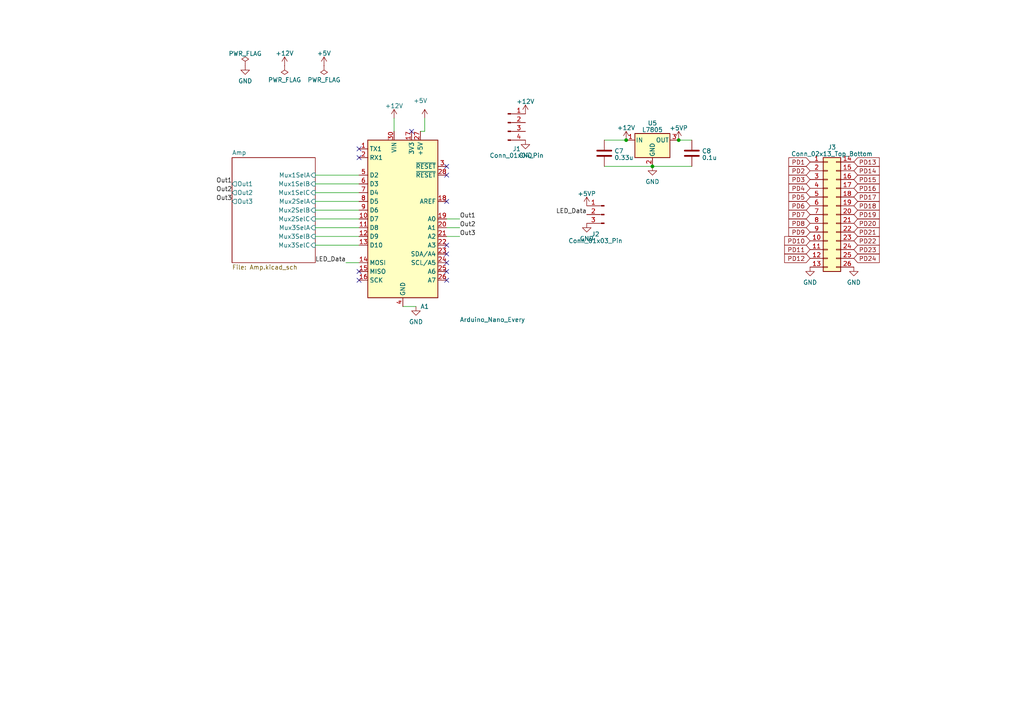
<source format=kicad_sch>
(kicad_sch (version 20230121) (generator eeschema)
  (paper "A4")
  (lib_symbols
    (symbol "Connector:Conn_01x03_Pin" (pin_names (offset 1.016) hide)
      (property "Reference" "J" (at 0 5.08 0))
      (property "Value" "Conn_01x03_Pin" (at 0 -5.08 0))
      (symbol "Conn_01x03_Pin_1_1"
        (polyline (pts (xy 1.27 -2.54) (xy 0.8636 -2.54)) (stroke (width 0.1524)))
        (polyline (pts (xy 1.27 0) (xy 0.8636 0)) (stroke (width 0.1524)))
        (polyline (pts (xy 1.27 2.54) (xy 0.8636 2.54)) (stroke (width 0.1524)))
        (rectangle (start 0.8636 -2.413) (end 0 -2.667) (stroke (width 0.1524)) (fill (type outline)))
        (rectangle (start 0.8636 0.127) (end 0 -0.127) (stroke (width 0.1524)) (fill (type outline)))
        (rectangle (start 0.8636 2.667) (end 0 2.413) (stroke (width 0.1524)) (fill (type outline)))
        (pin passive line (at 5.08 2.54 180) (length 3.81) (name "Pin_1") (number "1"))
        (pin passive line (at 5.08 0 180) (length 3.81) (name "Pin_2") (number "2"))
        (pin passive line (at 5.08 -2.54 180) (length 3.81) (name "Pin_3") (number "3"))
      )
    )
    (symbol "Connector:Conn_01x04_Pin" (pin_names (offset 1.016) hide)
      (property "Reference" "J" (at 0 5.08 0))
      (property "Value" "Conn_01x04_Pin" (at 0 -7.62 0))
      (symbol "Conn_01x04_Pin_1_1"
        (polyline (pts (xy 1.27 -5.08) (xy 0.8636 -5.08)) (stroke (width 0.1524)))
        (polyline (pts (xy 1.27 -2.54) (xy 0.8636 -2.54)) (stroke (width 0.1524)))
        (polyline (pts (xy 1.27 0) (xy 0.8636 0)) (stroke (width 0.1524)))
        (polyline (pts (xy 1.27 2.54) (xy 0.8636 2.54)) (stroke (width 0.1524)))
        (rectangle (start 0.8636 -4.953) (end 0 -5.207) (stroke (width 0.1524)) (fill (type outline)))
        (rectangle (start 0.8636 -2.413) (end 0 -2.667) (stroke (width 0.1524)) (fill (type outline)))
        (rectangle (start 0.8636 0.127) (end 0 -0.127) (stroke (width 0.1524)) (fill (type outline)))
        (rectangle (start 0.8636 2.667) (end 0 2.413) (stroke (width 0.1524)) (fill (type outline)))
        (pin passive line (at 5.08 2.54 180) (length 3.81) (name "Pin_1") (number "1"))
        (pin passive line (at 5.08 0 180) (length 3.81) (name "Pin_2") (number "2"))
        (pin passive line (at 5.08 -2.54 180) (length 3.81) (name "Pin_3") (number "3"))
        (pin passive line (at 5.08 -5.08 180) (length 3.81) (name "Pin_4") (number "4"))
      )
    )
    (symbol "Connector_Generic:Conn_02x13_Top_Bottom" (pin_names (offset 1.016) hide)
      (property "Reference" "J" (at 1.27 17.78 0))
      (property "Value" "Conn_02x13_Top_Bottom" (at 1.27 -17.78 0))
      (symbol "Conn_02x13_Top_Bottom_1_1"
        (rectangle (start -1.27 -15.113) (end 0 -15.367) (stroke (width 0.1524)))
        (rectangle (start -1.27 -12.573) (end 0 -12.827) (stroke (width 0.1524)))
        (rectangle (start -1.27 -10.033) (end 0 -10.287) (stroke (width 0.1524)))
        (rectangle (start -1.27 -7.493) (end 0 -7.747) (stroke (width 0.1524)))
        (rectangle (start -1.27 -4.953) (end 0 -5.207) (stroke (width 0.1524)))
        (rectangle (start -1.27 -2.413) (end 0 -2.667) (stroke (width 0.1524)))
        (rectangle (start -1.27 0.127) (end 0 -0.127) (stroke (width 0.1524)))
        (rectangle (start -1.27 2.667) (end 0 2.413) (stroke (width 0.1524)))
        (rectangle (start -1.27 5.207) (end 0 4.953) (stroke (width 0.1524)))
        (rectangle (start -1.27 7.747) (end 0 7.493) (stroke (width 0.1524)))
        (rectangle (start -1.27 10.287) (end 0 10.033) (stroke (width 0.1524)))
        (rectangle (start -1.27 12.827) (end 0 12.573) (stroke (width 0.1524)))
        (rectangle (start -1.27 15.367) (end 0 15.113) (stroke (width 0.1524)))
        (rectangle (start -1.27 16.51) (end 3.81 -16.51) (stroke (width 0.254)) (fill (type background)))
        (rectangle (start 3.81 -15.113) (end 2.54 -15.367) (stroke (width 0.1524)))
        (rectangle (start 3.81 -12.573) (end 2.54 -12.827) (stroke (width 0.1524)))
        (rectangle (start 3.81 -10.033) (end 2.54 -10.287) (stroke (width 0.1524)))
        (rectangle (start 3.81 -7.493) (end 2.54 -7.747) (stroke (width 0.1524)))
        (rectangle (start 3.81 -4.953) (end 2.54 -5.207) (stroke (width 0.1524)))
        (rectangle (start 3.81 -2.413) (end 2.54 -2.667) (stroke (width 0.1524)))
        (rectangle (start 3.81 0.127) (end 2.54 -0.127) (stroke (width 0.1524)))
        (rectangle (start 3.81 2.667) (end 2.54 2.413) (stroke (width 0.1524)))
        (rectangle (start 3.81 5.207) (end 2.54 4.953) (stroke (width 0.1524)))
        (rectangle (start 3.81 7.747) (end 2.54 7.493) (stroke (width 0.1524)))
        (rectangle (start 3.81 10.287) (end 2.54 10.033) (stroke (width 0.1524)))
        (rectangle (start 3.81 12.827) (end 2.54 12.573) (stroke (width 0.1524)))
        (rectangle (start 3.81 15.367) (end 2.54 15.113) (stroke (width 0.1524)))
        (pin passive line (at -5.08 15.24 0) (length 3.81) (name "Pin_1") (number "1"))
        (pin passive line (at -5.08 -7.62 0) (length 3.81) (name "Pin_10") (number "10"))
        (pin passive line (at -5.08 -10.16 0) (length 3.81) (name "Pin_11") (number "11"))
        (pin passive line (at -5.08 -12.7 0) (length 3.81) (name "Pin_12") (number "12"))
        (pin passive line (at -5.08 -15.24 0) (length 3.81) (name "Pin_13") (number "13"))
        (pin passive line (at 7.62 15.24 180) (length 3.81) (name "Pin_14") (number "14"))
        (pin passive line (at 7.62 12.7 180) (length 3.81) (name "Pin_15") (number "15"))
        (pin passive line (at 7.62 10.16 180) (length 3.81) (name "Pin_16") (number "16"))
        (pin passive line (at 7.62 7.62 180) (length 3.81) (name "Pin_17") (number "17"))
        (pin passive line (at 7.62 5.08 180) (length 3.81) (name "Pin_18") (number "18"))
        (pin passive line (at 7.62 2.54 180) (length 3.81) (name "Pin_19") (number "19"))
        (pin passive line (at -5.08 12.7 0) (length 3.81) (name "Pin_2") (number "2"))
        (pin passive line (at 7.62 0 180) (length 3.81) (name "Pin_20") (number "20"))
        (pin passive line (at 7.62 -2.54 180) (length 3.81) (name "Pin_21") (number "21"))
        (pin passive line (at 7.62 -5.08 180) (length 3.81) (name "Pin_22") (number "22"))
        (pin passive line (at 7.62 -7.62 180) (length 3.81) (name "Pin_23") (number "23"))
        (pin passive line (at 7.62 -10.16 180) (length 3.81) (name "Pin_24") (number "24"))
        (pin passive line (at 7.62 -12.7 180) (length 3.81) (name "Pin_25") (number "25"))
        (pin passive line (at 7.62 -15.24 180) (length 3.81) (name "Pin_26") (number "26"))
        (pin passive line (at -5.08 10.16 0) (length 3.81) (name "Pin_3") (number "3"))
        (pin passive line (at -5.08 7.62 0) (length 3.81) (name "Pin_4") (number "4"))
        (pin passive line (at -5.08 5.08 0) (length 3.81) (name "Pin_5") (number "5"))
        (pin passive line (at -5.08 2.54 0) (length 3.81) (name "Pin_6") (number "6"))
        (pin passive line (at -5.08 0 0) (length 3.81) (name "Pin_7") (number "7"))
        (pin passive line (at -5.08 -2.54 0) (length 3.81) (name "Pin_8") (number "8"))
        (pin passive line (at -5.08 -5.08 0) (length 3.81) (name "Pin_9") (number "9"))
      )
    )
    (symbol "Device:C" (pin_numbers hide) (pin_names (offset 0.254))
      (property "Reference" "C" (at 0.635 2.54 0))
      (property "Value" "C" (at 0.635 -2.54 0))
      (symbol "C_0_1"
        (polyline (pts (xy -2.032 -0.762) (xy 2.032 -0.762)) (stroke (width 0.508)))
        (polyline (pts (xy -2.032 0.762) (xy 2.032 0.762)) (stroke (width 0.508)))
      )
      (symbol "C_1_1"
        (pin passive line (at 0 3.81 270) (length 2.794) (name "~") (number "1"))
        (pin passive line (at 0 -3.81 90) (length 2.794) (name "~") (number "2"))
      )
    )
    (symbol "MCU_Module:Arduino_Nano_Every"
      (property "Reference" "A" (at -10.16 23.495 0))
      (property "Value" "Arduino_Nano_Every" (at 5.08 -24.13 0))
      (symbol "Arduino_Nano_Every_0_1"
        (rectangle (start -10.16 22.86) (end 10.16 -22.86) (stroke (width 0.254)) (fill (type background)))
      )
      (symbol "Arduino_Nano_Every_1_1"
        (pin bidirectional line (at -12.7 20.32 0) (length 2.54) (name "TX1") (number "1"))
        (pin bidirectional line (at -12.7 0 0) (length 2.54) (name "D7") (number "10"))
        (pin bidirectional line (at -12.7 -2.54 0) (length 2.54) (name "D8") (number "11"))
        (pin bidirectional line (at -12.7 -5.08 0) (length 2.54) (name "D9") (number "12"))
        (pin bidirectional line (at -12.7 -7.62 0) (length 2.54) (name "D10") (number "13"))
        (pin bidirectional line (at -12.7 -12.7 0) (length 2.54) (name "MOSI") (number "14"))
        (pin bidirectional line (at -12.7 -15.24 0) (length 2.54) (name "MISO") (number "15"))
        (pin bidirectional line (at -12.7 -17.78 0) (length 2.54) (name "SCK") (number "16"))
        (pin power_out line (at 2.54 25.4 270) (length 2.54) (name "3V3") (number "17"))
        (pin input line (at 12.7 5.08 180) (length 2.54) (name "AREF") (number "18"))
        (pin bidirectional line (at 12.7 0 180) (length 2.54) (name "A0") (number "19"))
        (pin bidirectional line (at -12.7 17.78 0) (length 2.54) (name "RX1") (number "2"))
        (pin bidirectional line (at 12.7 -2.54 180) (length 2.54) (name "A1") (number "20"))
        (pin bidirectional line (at 12.7 -5.08 180) (length 2.54) (name "A2") (number "21"))
        (pin bidirectional line (at 12.7 -7.62 180) (length 2.54) (name "A3") (number "22"))
        (pin bidirectional line (at 12.7 -10.16 180) (length 2.54) (name "SDA/A4") (number "23"))
        (pin bidirectional line (at 12.7 -12.7 180) (length 2.54) (name "SCL/A5") (number "24"))
        (pin bidirectional line (at 12.7 -15.24 180) (length 2.54) (name "A6") (number "25"))
        (pin bidirectional line (at 12.7 -17.78 180) (length 2.54) (name "A7") (number "26"))
        (pin power_out line (at 5.08 25.4 270) (length 2.54) (name "+5V") (number "27"))
        (pin input line (at 12.7 12.7 180) (length 2.54) (name "~{RESET}") (number "28"))
        (pin passive line (at 0 -25.4 90) (length 2.54) hide (name "GND") (number "29"))
        (pin input line (at 12.7 15.24 180) (length 2.54) (name "~{RESET}") (number "3"))
        (pin power_in line (at -2.54 25.4 270) (length 2.54) (name "VIN") (number "30"))
        (pin power_in line (at 0 -25.4 90) (length 2.54) (name "GND") (number "4"))
        (pin bidirectional line (at -12.7 12.7 0) (length 2.54) (name "D2") (number "5"))
        (pin bidirectional line (at -12.7 10.16 0) (length 2.54) (name "D3") (number "6"))
        (pin bidirectional line (at -12.7 7.62 0) (length 2.54) (name "D4") (number "7"))
        (pin bidirectional line (at -12.7 5.08 0) (length 2.54) (name "D5") (number "8"))
        (pin bidirectional line (at -12.7 2.54 0) (length 2.54) (name "D6") (number "9"))
      )
    )
    (symbol "Regulator_Linear:L7805" (pin_names (offset 0.254))
      (property "Reference" "U" (at -3.81 3.175 0))
      (property "Value" "L7805" (at 0 3.175 0))
      (symbol "L7805_0_1"
        (rectangle (start -5.08 1.905) (end 5.08 -5.08) (stroke (width 0.254)) (fill (type background)))
      )
      (symbol "L7805_1_1"
        (pin power_in line (at -7.62 0 0) (length 2.54) (name "IN") (number "1"))
        (pin power_in line (at 0 -7.62 90) (length 2.54) (name "GND") (number "2"))
        (pin power_out line (at 7.62 0 180) (length 2.54) (name "OUT") (number "3"))
      )
    )
    (symbol "power:+12V" (power) (pin_names (offset 0))
      (property "Value" "+12V" (at 0 3.556 0))
      (symbol "+12V_0_1"
        (polyline (pts (xy -0.762 1.27) (xy 0 2.54)))
        (polyline (pts (xy 0 0) (xy 0 2.54)))
        (polyline (pts (xy 0 2.54) (xy 0.762 1.27)))
      )
      (symbol "+12V_1_1"
        (pin power_in line (at 0 0 90) (length 0) hide (name "+12V") (number "1"))
      )
    )
    (symbol "power:+5V" (power) (pin_names (offset 0))
      (property "Value" "+5V" (at 0 3.556 0))
      (symbol "+5V_0_1"
        (polyline (pts (xy -0.762 1.27) (xy 0 2.54)))
        (polyline (pts (xy 0 0) (xy 0 2.54)))
        (polyline (pts (xy 0 2.54) (xy 0.762 1.27)))
      )
      (symbol "+5V_1_1"
        (pin power_in line (at 0 0 90) (length 0) hide (name "+5V") (number "1"))
      )
    )
    (symbol "power:+5VP" (power) (pin_names (offset 0))
      (property "Value" "+5VP" (at 0 3.556 0))
      (symbol "+5VP_0_1"
        (polyline (pts (xy -0.762 1.27) (xy 0 2.54)))
        (polyline (pts (xy 0 0) (xy 0 2.54)))
        (polyline (pts (xy 0 2.54) (xy 0.762 1.27)))
      )
      (symbol "+5VP_1_1"
        (pin power_in line (at 0 0 90) (length 0) hide (name "+5VP") (number "1"))
      )
    )
    (symbol "power:GND" (power) (pin_names (offset 0))
      (property "Value" "GND" (at 0 -3.81 0))
      (symbol "GND_0_1"
        (polyline (pts (xy 0 0) (xy 0 -1.27) (xy 1.27 -1.27) (xy 0 -2.54) (xy -1.27 -1.27) (xy 0 -1.27)))
      )
      (symbol "GND_1_1"
        (pin power_in line (at 0 0 270) (length 0) hide (name "GND") (number "1"))
      )
    )
    (symbol "power:PWR_FLAG" (power) (pin_numbers hide) (pin_names (offset 0) hide)
      (property "Value" "PWR_FLAG" (at 0 3.81 0))
      (symbol "PWR_FLAG_0_0"
        (pin power_out line (at 0 0 90) (length 0) (name "pwr") (number "1"))
      )
      (symbol "PWR_FLAG_0_1"
        (polyline (pts (xy 0 0) (xy 0 1.27) (xy -1.016 1.905) (xy 0 2.54) (xy 1.016 1.905) (xy 0 1.27)))
      )
    )
  )
  (junction (at 181.61 40.64))
  (junction (at 189.23 48.26))
  (junction (at 196.85 40.64))
  (no_connect (at 104.14 78.74))
  (no_connect (at 104.14 81.28))
  (no_connect (at 119.38 38.1))
  (no_connect (at 129.54 48.26))
  (no_connect (at 129.54 50.8))
  (no_connect (at 129.54 58.42))
  (no_connect (at 129.54 78.74))
  (no_connect (at 129.54 81.28))
  (no_connect (at 129.54 71.12))
  (no_connect (at 129.54 73.66))
  (no_connect (at 129.54 76.2))
  (no_connect (at 104.14 45.72))
  (no_connect (at 104.14 43.18))
  (wire (pts (xy 91.44 53.34) (xy 104.14 53.34)))
  (wire (pts (xy 123.19 38.1) (xy 121.92 38.1)))
  (wire (pts (xy 91.44 50.8) (xy 104.14 50.8)))
  (wire (pts (xy 175.26 48.26) (xy 189.23 48.26)))
  (wire (pts (xy 129.54 63.5) (xy 133.35 63.5)))
  (wire (pts (xy 91.44 66.04) (xy 104.14 66.04)))
  (wire (pts (xy 91.44 71.12) (xy 104.14 71.12)))
  (wire (pts (xy 91.44 63.5) (xy 104.14 63.5)))
  (wire (pts (xy 114.3 34.29) (xy 114.3 38.1)))
  (wire (pts (xy 91.44 68.58) (xy 104.14 68.58)))
  (wire (pts (xy 196.85 40.64) (xy 200.66 40.64)))
  (wire (pts (xy 116.84 88.9) (xy 120.65 88.9)))
  (wire (pts (xy 123.19 34.29) (xy 123.19 38.1)))
  (wire (pts (xy 129.54 68.58) (xy 133.35 68.58)))
  (wire (pts (xy 100.33 76.2) (xy 104.14 76.2)))
  (wire (pts (xy 91.44 58.42) (xy 104.14 58.42)))
  (wire (pts (xy 91.44 55.88) (xy 104.14 55.88)))
  (wire (pts (xy 175.26 40.64) (xy 181.61 40.64)))
  (wire (pts (xy 189.23 48.26) (xy 200.66 48.26)))
  (wire (pts (xy 91.44 60.96) (xy 104.14 60.96)))
  (wire (pts (xy 129.54 66.04) (xy 133.35 66.04)))
  (label "LED_Data" (at 100.33 76.2 180))
  (label "Out2" (at 67.31 55.88 180))
  (label "Out3" (at 133.35 68.58 0))
  (label "Out1" (at 133.35 63.5 0))
  (label "Out1" (at 67.31 53.34 180))
  (label "Out2" (at 133.35 66.04 0))
  (label "LED_Data" (at 170.18 62.23 180))
  (label "Out3" (at 67.31 58.42 180))
  (global_label "PD14" (shape input) (at 247.65 49.53 0) (property "Intersheetrefs" "${INTERSHEET_REFS}" (effects hide)))
  (global_label "PD9" (shape input) (at 234.95 67.31 180) (property "Intersheetrefs" "${INTERSHEET_REFS}" (effects hide)))
  (global_label "PD3" (shape input) (at 234.95 52.07 180) (property "Intersheetrefs" "${INTERSHEET_REFS}" (effects hide)))
  (global_label "PD17" (shape input) (at 247.65 57.15 0) (property "Intersheetrefs" "${INTERSHEET_REFS}" (effects hide)))
  (global_label "PD4" (shape input) (at 234.95 54.61 180) (property "Intersheetrefs" "${INTERSHEET_REFS}" (effects hide)))
  (global_label "PD19" (shape input) (at 247.65 62.23 0) (property "Intersheetrefs" "${INTERSHEET_REFS}" (effects hide)))
  (global_label "PD11" (shape input) (at 234.95 72.39 180) (property "Intersheetrefs" "${INTERSHEET_REFS}" (effects hide)))
  (global_label "PD23" (shape input) (at 247.65 72.39 0) (property "Intersheetrefs" "${INTERSHEET_REFS}" (effects hide)))
  (global_label "PD7" (shape input) (at 234.95 62.23 180) (property "Intersheetrefs" "${INTERSHEET_REFS}" (effects hide)))
  (global_label "PD18" (shape input) (at 247.65 59.69 0) (property "Intersheetrefs" "${INTERSHEET_REFS}" (effects hide)))
  (global_label "PD24" (shape input) (at 247.65 74.93 0) (property "Intersheetrefs" "${INTERSHEET_REFS}" (effects hide)))
  (global_label "PD13" (shape input) (at 247.65 46.99 0) (property "Intersheetrefs" "${INTERSHEET_REFS}" (effects hide)))
  (global_label "PD2" (shape input) (at 234.95 49.53 180) (property "Intersheetrefs" "${INTERSHEET_REFS}" (effects hide)))
  (global_label "PD1" (shape input) (at 234.95 46.99 180) (property "Intersheetrefs" "${INTERSHEET_REFS}" (effects hide)))
  (global_label "PD12" (shape input) (at 234.95 74.93 180) (property "Intersheetrefs" "${INTERSHEET_REFS}" (effects hide)))
  (global_label "PD15" (shape input) (at 247.65 52.07 0) (property "Intersheetrefs" "${INTERSHEET_REFS}" (effects hide)))
  (global_label "PD5" (shape input) (at 234.95 57.15 180) (property "Intersheetrefs" "${INTERSHEET_REFS}" (effects hide)))
  (global_label "PD6" (shape input) (at 234.95 59.69 180) (property "Intersheetrefs" "${INTERSHEET_REFS}" (effects hide)))
  (global_label "PD10" (shape input) (at 234.95 69.85 180) (property "Intersheetrefs" "${INTERSHEET_REFS}" (effects hide)))
  (global_label "PD16" (shape input) (at 247.65 54.61 0) (property "Intersheetrefs" "${INTERSHEET_REFS}" (effects hide)))
  (global_label "PD22" (shape input) (at 247.65 69.85 0) (property "Intersheetrefs" "${INTERSHEET_REFS}" (effects hide)))
  (global_label "PD20" (shape input) (at 247.65 64.77 0) (property "Intersheetrefs" "${INTERSHEET_REFS}" (effects hide)))
  (global_label "PD21" (shape input) (at 247.65 67.31 0) (property "Intersheetrefs" "${INTERSHEET_REFS}" (effects hide)))
  (global_label "PD8" (shape input) (at 234.95 64.77 180) (property "Intersheetrefs" "${INTERSHEET_REFS}" (effects hide)))
  (symbol (lib_id "power:GND") (at 189.23 48.26 0) (unit 1)
    (property "Reference" "#PWR036" (effects hide))
    (property "Value" "GND" (at 189.23 52.7034 0))
  )
  (symbol (lib_id "power:+5VP") (at 196.85 40.64 0) (unit 1)
    (property "Reference" "#PWR037" (effects hide))
    (property "Value" "+5VP" (at 196.85 37.1381 0))
  )
  (symbol (lib_id "power:+12V") (at 82.55 19.05 0) (unit 1)
    (property "Reference" "#PWR02" (effects hide))
    (property "Value" "+12V" (at 82.55 15.4742 0))
  )
  (symbol (lib_id "Regulator_Linear:L7805") (at 189.23 40.64 0) (unit 1)
    (property "Reference" "U5" (at 189.23 35.7251 0))
    (property "Value" "L7805" (at 189.23 37.6461 0))
    (property "Footprint" "Package_TO_SOT_THT:TO-220-3_Horizontal_TabDown" (effects hide))
    (property "Datasheet" "http://www.st.com/content/ccc/resource/technical/document/datasheet/41/4f/b3/b0/12/d4/47/88/CD00000444.pdf/files/CD00000444.pdf/jcr:content/translations/en.CD00000444.pdf" (effects hide))
  )
  (symbol (lib_id "power:GND") (at 247.65 77.47 0) (unit 1)
    (property "Reference" "#PWR039" (effects hide))
    (property "Value" "GND" (at 247.65 81.9134 0))
  )
  (symbol (lib_id "power:+5VP") (at 170.18 59.69 0) (unit 1)
    (property "Reference" "#PWR031" (effects hide))
    (property "Value" "+5VP" (at 170.18 56.1881 0))
  )
  (symbol (lib_id "Device:C") (at 200.66 44.45 0) (unit 1)
    (property "Reference" "C8" (at 203.581 43.8063 0) (effects (justify left)))
    (property "Value" "0.1u" (at 203.581 45.7273 0) (effects (justify left)))
  )
  (symbol (lib_id "power:GND") (at 120.65 88.9 0) (unit 1)
    (property "Reference" "#PWR05" (effects hide))
    (property "Value" "GND" (at 120.65 93.3434 0))
  )
  (symbol (lib_id "Connector:Conn_01x04_Pin") (at 147.32 35.56 0) (unit 1)
    (property "Reference" "J1" (at 149.86 43.18 0))
    (property "Value" "Conn_01x04_Pin" (at 149.86 45.101 0))
    (property "Footprint" "Connector_PinHeader_2.54mm:PinHeader_1x04_P2.54mm_Vertical" (effects hide))
  )
  (symbol (lib_id "Connector:Conn_01x03_Pin") (at 175.26 62.23 0) (mirror y) (unit 1)
    (property "Reference" "J2" (at 172.72 67.929 0))
    (property "Value" "Conn_01x03_Pin" (at 172.72 69.85 0))
    (property "Footprint" "Connector_PinHeader_2.54mm:PinHeader_1x03_P2.54mm_Vertical" (effects hide))
  )
  (symbol (lib_id "MCU_Module:Arduino_Nano_Every") (at 116.84 63.5 0) (unit 1)
    (property "Reference" "A1" (at 121.92 88.9 0) (effects (justify left)))
    (property "Value" "Arduino_Nano_Every" (at 133.35 92.71 0) (effects (justify left)))
    (property "Footprint" "Module:Arduino_Nano" (effects hide))
    (property "Datasheet" "https://content.arduino.cc/assets/NANOEveryV3.0_sch.pdf" (effects hide))
  )
  (symbol (lib_id "power:PWR_FLAG") (at 82.55 19.05 180) (unit 1)
    (property "Reference" "#FLG02" (effects hide))
    (property "Value" "PWR_FLAG" (at 82.55 23.1855 0))
  )
  (symbol (lib_id "power:PWR_FLAG") (at 93.98 19.05 180) (unit 1)
    (property "Reference" "#FLG03" (effects hide))
    (property "Value" "PWR_FLAG" (at 93.98 23.1855 0))
  )
  (symbol (lib_id "power:+5V") (at 93.98 19.05 0) (unit 1)
    (property "Reference" "#PWR03" (effects hide))
    (property "Value" "+5V" (at 93.98 15.4742 0))
  )
  (symbol (lib_id "Connector_Generic:Conn_02x13_Top_Bottom") (at 240.03 62.23 0) (unit 1)
    (property "Reference" "J3" (at 241.3 42.7101 0))
    (property "Value" "Conn_02x13_Top_Bottom" (at 241.3 44.6311 0))
    (property "Footprint" "Connector_PinHeader_2.54mm:PinHeader_2x13_P2.54mm_Vertical" (effects hide))
  )
  (symbol (lib_id "power:GND") (at 71.12 19.05 0) (unit 1)
    (property "Reference" "#PWR01" (effects hide))
    (property "Value" "GND" (at 71.12 23.4934 0))
  )
  (symbol (lib_id "power:+12V") (at 152.4 33.02 0) (unit 1)
    (property "Reference" "#PWR032" (effects hide))
    (property "Value" "+12V" (at 152.4 29.4442 0))
  )
  (symbol (lib_id "power:+12V") (at 181.61 40.64 0) (unit 1)
    (property "Reference" "#PWR035" (effects hide))
    (property "Value" "+12V" (at 181.61 37.0642 0))
  )
  (symbol (lib_id "power:GND") (at 170.18 64.77 0) (unit 1)
    (property "Reference" "#PWR034" (effects hide))
    (property "Value" "GND" (at 170.18 69.2134 0))
  )
  (symbol (lib_id "power:GND") (at 152.4 40.64 0) (unit 1)
    (property "Reference" "#PWR033" (effects hide))
    (property "Value" "GND" (at 152.4 45.0834 0))
  )
  (symbol (lib_id "power:+5V") (at 123.19 34.29 0) (unit 1)
    (property "Reference" "#PWR06" (effects hide))
    (property "Value" "+5V" (at 121.92 29.21 0))
  )
  (symbol (lib_id "power:GND") (at 234.95 77.47 0) (unit 1)
    (property "Reference" "#PWR038" (effects hide))
    (property "Value" "GND" (at 234.95 81.9134 0))
  )
  (symbol (lib_id "power:PWR_FLAG") (at 71.12 19.05 0) (unit 1)
    (property "Reference" "#FLG01" (effects hide))
    (property "Value" "PWR_FLAG" (at 71.12 15.5481 0))
  )
  (symbol (lib_id "Device:C") (at 175.26 44.45 0) (unit 1)
    (property "Reference" "C7" (at 178.181 43.8063 0) (effects (justify left)))
    (property "Value" "0.33u" (at 178.181 45.7273 0) (effects (justify left)))
  )
  (symbol (lib_id "power:+12V") (at 114.3 34.29 0) (unit 1)
    (property "Reference" "#PWR04" (effects hide))
    (property "Value" "+12V" (at 114.3 30.7142 0))
  )
  (sheet (at 67.31 45.72) (size 24.13 30.48) (stroke (width 0.1524))
    (property "Sheetname" "Amp" (at 67.31 45.0084 0) (effects (justify left bottom)))
    (property "Sheetfile" "Amp.kicad_sch" (at 67.31 76.7846 0) (effects (justify left top)))
    (pin "Out2" output (at 67.31 55.88 180))
    (pin "Mux3SelB" input (at 91.44 68.58 0))
    (pin "Mux3SelA" input (at 91.44 66.04 0))
    (pin "Mux3SelC" input (at 91.44 71.12 0))
    (pin "Out3" output (at 67.31 58.42 180))
    (pin "Mux2SelB" input (at 91.44 60.96 0))
    (pin "Mux2SelA" input (at 91.44 58.42 0))
    (pin "Mux2SelC" input (at 91.44 63.5 0))
    (pin "Out1" output (at 67.31 53.34 180))
    (pin "Mux1SelA" input (at 91.44 50.8 0))
    (pin "Mux1SelB" input (at 91.44 53.34 0))
    (pin "Mux1SelC" input (at 91.44 55.88 0))
  )
)
</source>
